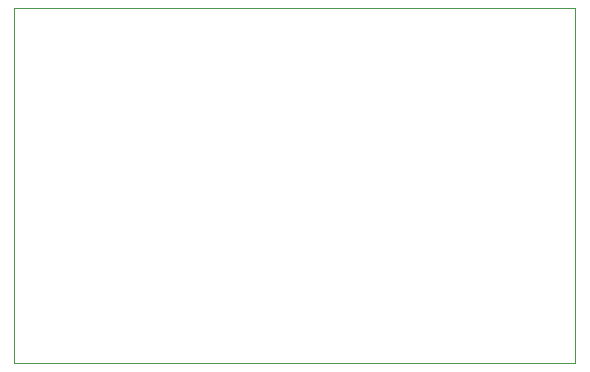
<source format=gbr>
%TF.GenerationSoftware,KiCad,Pcbnew,9.0.1*%
%TF.CreationDate,2025-04-11T16:34:43+02:00*%
%TF.ProjectId,Driver_CMS,44726976-6572-45f4-934d-532e6b696361,rev?*%
%TF.SameCoordinates,Original*%
%TF.FileFunction,Profile,NP*%
%FSLAX46Y46*%
G04 Gerber Fmt 4.6, Leading zero omitted, Abs format (unit mm)*
G04 Created by KiCad (PCBNEW 9.0.1) date 2025-04-11 16:34:43*
%MOMM*%
%LPD*%
G01*
G04 APERTURE LIST*
%TA.AperFunction,Profile*%
%ADD10C,0.050000*%
%TD*%
G04 APERTURE END LIST*
D10*
X119220000Y-42355000D02*
X166720000Y-42355000D01*
X166720000Y-72355000D01*
X119220000Y-72355000D01*
X119220000Y-42355000D01*
M02*

</source>
